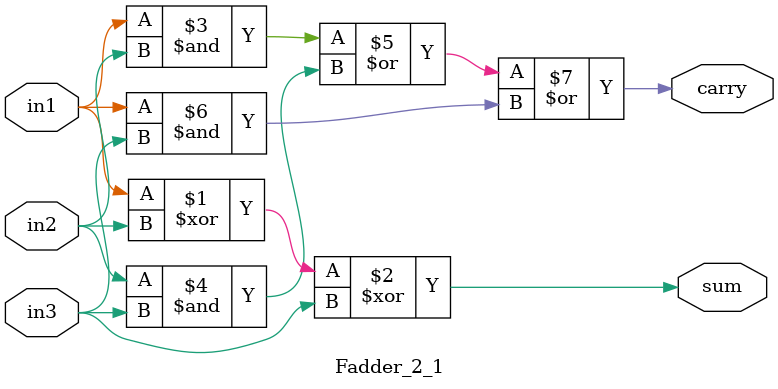
<source format=v>
module Fadder_2_1(
  in1,
  in2,
  in3,
  sum,
carry
  );
  input in1, in2, in3;
  output sum, carry;
  assign sum=in1^in2^in3;
  assign carry=(in1&in2) | (in2&in3) | (in1&in3);
endmodule
</source>
